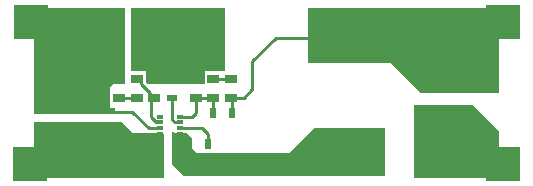
<source format=gtl>
G04*
G04 #@! TF.GenerationSoftware,Altium Limited,Altium Designer,23.9.2 (47)*
G04*
G04 Layer_Physical_Order=1*
G04 Layer_Color=255*
%FSLAX25Y25*%
%MOIN*%
G70*
G04*
G04 #@! TF.SameCoordinates,BF07538D-496F-460C-9621-901CF389F750*
G04*
G04*
G04 #@! TF.FilePolarity,Positive*
G04*
G01*
G75*
%ADD14R,0.03701X0.02126*%
%ADD15R,0.02126X0.03701*%
%ADD16R,0.21700X0.12400*%
%ADD17R,0.03937X0.03150*%
%ADD18R,0.11102X0.04016*%
%ADD19R,0.01870X0.01181*%
%ADD20R,0.05787X0.02441*%
%ADD21R,0.07165X0.03228*%
%ADD32C,0.01000*%
%ADD33C,0.04500*%
%ADD34R,0.11811X0.11811*%
%ADD35C,0.02362*%
G36*
X64961Y36827D02*
X63961D01*
Y36827D01*
X58055D01*
Y32677D01*
X38777D01*
X38431Y33023D01*
Y33177D01*
X38402Y33325D01*
Y36827D01*
X33465D01*
Y57851D01*
X64961D01*
Y36827D01*
D02*
G37*
G36*
X156276Y29528D02*
X129921Y29528D01*
X120079Y39370D01*
X92520D01*
X92520Y57851D01*
X156276D01*
X156276Y29528D01*
D02*
G37*
G36*
X31496Y32677D02*
X27559D01*
X26378Y31496D01*
Y22441D01*
X21654D01*
X1204Y22441D01*
Y57851D01*
X31496D01*
Y32677D01*
D02*
G37*
G36*
X118110Y1969D02*
X51181Y1969D01*
X47244Y5906D01*
Y16535D01*
X47971D01*
Y16126D01*
X51754D01*
X53937Y14567D01*
Y11024D01*
X55512Y9449D01*
X86221D01*
X94488Y17717D01*
X118110D01*
Y1969D01*
D02*
G37*
G36*
X156276Y16952D02*
Y1204D01*
X127953D01*
Y25591D01*
X147638D01*
X156276Y16952D01*
D02*
G37*
G36*
X34449Y15748D02*
X44488D01*
Y1204D01*
X1204D01*
Y19685D01*
X30512D01*
X34449Y15748D01*
D02*
G37*
D14*
X47244Y34252D02*
D03*
Y27953D02*
D03*
D15*
X61024Y22835D02*
D03*
X67323D02*
D03*
X59055Y12598D02*
D03*
X52756D02*
D03*
D16*
X105512Y9843D02*
D03*
Y47842D02*
D03*
D17*
X66929Y34252D02*
D03*
Y27953D02*
D03*
X61024Y34252D02*
D03*
Y27953D02*
D03*
X55118Y27953D02*
D03*
Y34252D02*
D03*
X41339D02*
D03*
Y27953D02*
D03*
X35433Y34252D02*
D03*
Y27953D02*
D03*
X29528Y34252D02*
D03*
Y27953D02*
D03*
D18*
X137795Y33268D02*
D03*
Y21850D02*
D03*
D19*
X49905Y21654D02*
D03*
Y19685D02*
D03*
Y17717D02*
D03*
Y15748D02*
D03*
X43307D02*
D03*
Y17717D02*
D03*
Y19685D02*
D03*
Y21654D02*
D03*
D20*
X25591Y15748D02*
D03*
Y23622D02*
D03*
D21*
X15748Y27559D02*
D03*
Y15748D02*
D03*
D32*
X48031Y19685D02*
X49905D01*
X47244Y20472D02*
Y27953D01*
Y20472D02*
X48031Y19685D01*
X71260Y27953D02*
X74016Y30709D01*
Y40157D02*
X81701Y47842D01*
X74016Y30709D02*
Y40157D01*
X81701Y47842D02*
X105512D01*
X67323Y27953D02*
X71260D01*
X53937Y21654D02*
X55118Y22835D01*
Y27953D01*
X49905Y21654D02*
X53937D01*
X41339Y34252D02*
X55118D01*
X41232Y27953D02*
X41339D01*
X40157Y21457D02*
Y26878D01*
Y21457D02*
X41839Y19776D01*
X40157Y26878D02*
X41232Y27953D01*
X43216Y19776D02*
X43307Y19685D01*
X41839Y19776D02*
X43216D01*
X61024Y22835D02*
Y27953D01*
X67323Y22835D02*
Y27559D01*
X66929Y27953D02*
X67323Y27559D01*
X25591Y23622D02*
Y33465D01*
X26378Y34252D02*
X29528D01*
X25591Y33465D02*
X26378Y34252D01*
X29528Y27953D02*
X35433D01*
X39870Y29028D02*
Y29421D01*
X36902Y32390D02*
Y33177D01*
X39870Y29028D02*
X40945Y27953D01*
X36902Y32390D02*
X39870Y29421D01*
X35827Y34252D02*
X36902Y33177D01*
X35433Y34252D02*
X35827D01*
X66929Y34252D02*
X66929Y34252D01*
X61024Y34252D02*
X66929D01*
X55118Y27953D02*
X61024D01*
X55118Y27953D02*
X55118Y27953D01*
X52756Y9247D02*
X53342Y8661D01*
X52756Y9247D02*
Y12598D01*
X104331Y8661D02*
X105512Y9843D01*
X53342Y8661D02*
X104331D01*
X59055Y12598D02*
Y15748D01*
X49905Y17717D02*
X57087D01*
X59055Y15748D01*
X50787Y12598D02*
X52756D01*
X49905Y13480D02*
X50787Y12598D01*
X49905Y13480D02*
Y15748D01*
X15748D02*
X25591D01*
X43307D01*
X18831Y25988D02*
X21197Y23622D01*
X18831Y25988D02*
Y26445D01*
X21197Y23622D02*
X25591D01*
X17717Y27559D02*
X18831Y26445D01*
X15748Y27559D02*
X17717D01*
X26301Y23340D02*
X33830D01*
X39454Y17717D01*
X43307D01*
D33*
X105512Y47842D02*
X119677D01*
X134252Y33268D01*
X137795D01*
D34*
X157480Y53150D02*
D03*
Y5906D02*
D03*
X184Y53334D02*
D03*
X0Y5906D02*
D03*
D35*
X9843Y3937D02*
D03*
Y7874D02*
D03*
X13780D02*
D03*
Y3937D02*
D03*
X17717Y7874D02*
D03*
Y3937D02*
D03*
X21654D02*
D03*
Y7874D02*
D03*
X25591D02*
D03*
Y3937D02*
D03*
X29528D02*
D03*
Y7874D02*
D03*
X33465D02*
D03*
X37402D02*
D03*
X41339D02*
D03*
X33465Y3937D02*
D03*
X37402D02*
D03*
X41339D02*
D03*
X59055Y51181D02*
D03*
X62992D02*
D03*
Y55118D02*
D03*
X59055D02*
D03*
X35433Y51181D02*
D03*
X39370D02*
D03*
X43307D02*
D03*
X47244D02*
D03*
X51181D02*
D03*
X55118D02*
D03*
Y55118D02*
D03*
X51181D02*
D03*
X47244D02*
D03*
X43307D02*
D03*
X39370D02*
D03*
X35433D02*
D03*
X149606Y15748D02*
D03*
Y11811D02*
D03*
Y7874D02*
D03*
Y3937D02*
D03*
X145669D02*
D03*
Y7874D02*
D03*
Y11811D02*
D03*
Y15748D02*
D03*
X129921D02*
D03*
X133858D02*
D03*
X137795D02*
D03*
X141732D02*
D03*
Y11811D02*
D03*
Y7874D02*
D03*
Y3937D02*
D03*
X137795Y7874D02*
D03*
Y3937D02*
D03*
Y11811D02*
D03*
X133858D02*
D03*
Y7874D02*
D03*
X129921Y11811D02*
D03*
Y7874D02*
D03*
X133858Y3937D02*
D03*
X129921D02*
D03*
M02*

</source>
